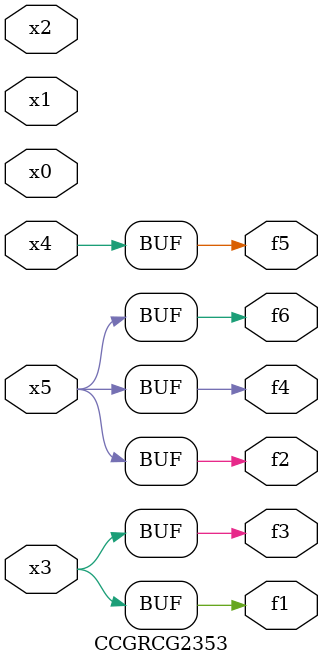
<source format=v>
module CCGRCG2353(
	input x0, x1, x2, x3, x4, x5,
	output f1, f2, f3, f4, f5, f6
);
	assign f1 = x3;
	assign f2 = x5;
	assign f3 = x3;
	assign f4 = x5;
	assign f5 = x4;
	assign f6 = x5;
endmodule

</source>
